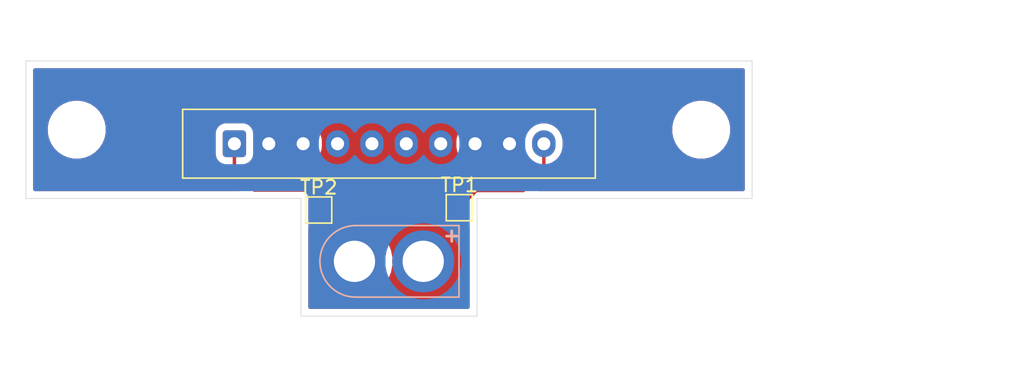
<source format=kicad_pcb>
(kicad_pcb (version 20171130) (host pcbnew 5.1.7-a382d34a8~88~ubuntu18.04.1)

  (general
    (thickness 1.6)
    (drawings 8)
    (tracks 9)
    (zones 0)
    (modules 6)
    (nets 5)
  )

  (page A4)
  (layers
    (0 F.Cu signal)
    (31 B.Cu signal)
    (32 B.Adhes user)
    (33 F.Adhes user)
    (34 B.Paste user)
    (35 F.Paste user)
    (36 B.SilkS user)
    (37 F.SilkS user)
    (38 B.Mask user)
    (39 F.Mask user)
    (40 Dwgs.User user)
    (41 Cmts.User user)
    (42 Eco1.User user)
    (43 Eco2.User user)
    (44 Edge.Cuts user)
    (45 Margin user)
    (46 B.CrtYd user)
    (47 F.CrtYd user)
    (48 B.Fab user)
    (49 F.Fab user)
  )

  (setup
    (last_trace_width 0.25)
    (trace_clearance 0.2)
    (zone_clearance 0.508)
    (zone_45_only no)
    (trace_min 0.2)
    (via_size 0.8)
    (via_drill 0.4)
    (via_min_size 0.4)
    (via_min_drill 0.3)
    (uvia_size 0.3)
    (uvia_drill 0.1)
    (uvias_allowed no)
    (uvia_min_size 0.2)
    (uvia_min_drill 0.1)
    (edge_width 0.05)
    (segment_width 0.2)
    (pcb_text_width 0.3)
    (pcb_text_size 1.5 1.5)
    (mod_edge_width 0.12)
    (mod_text_size 1 1)
    (mod_text_width 0.15)
    (pad_size 1.524 1.524)
    (pad_drill 0.762)
    (pad_to_mask_clearance 0)
    (aux_axis_origin 0 0)
    (visible_elements FFFFFF7F)
    (pcbplotparams
      (layerselection 0x010fc_ffffffff)
      (usegerberextensions false)
      (usegerberattributes true)
      (usegerberadvancedattributes true)
      (creategerberjobfile true)
      (excludeedgelayer true)
      (linewidth 0.100000)
      (plotframeref false)
      (viasonmask false)
      (mode 1)
      (useauxorigin false)
      (hpglpennumber 1)
      (hpglpenspeed 20)
      (hpglpendiameter 15.000000)
      (psnegative false)
      (psa4output false)
      (plotreference true)
      (plotvalue true)
      (plotinvisibletext false)
      (padsonsilk false)
      (subtractmaskfromsilk false)
      (outputformat 1)
      (mirror false)
      (drillshape 0)
      (scaleselection 1)
      (outputdirectory "GERBER"))
  )

  (net 0 "")
  (net 1 "Net-(J1-Pad10)")
  (net 2 "Net-(J1-Pad1)")
  (net 3 GND)
  (net 4 +BATT)

  (net_class Default "This is the default net class."
    (clearance 0.2)
    (trace_width 0.25)
    (via_dia 0.8)
    (via_drill 0.4)
    (uvia_dia 0.3)
    (uvia_drill 0.1)
    (add_net +BATT)
    (add_net GND)
    (add_net "Net-(J1-Pad1)")
    (add_net "Net-(J1-Pad10)")
  )

  (module TestPoint:TestPoint_Pad_1.5x1.5mm (layer F.Cu) (tedit 5A0F774F) (tstamp 5FF7919E)
    (at 21.29 10.84)
    (descr "SMD rectangular pad as test Point, square 1.5mm side length")
    (tags "test point SMD pad rectangle square")
    (path /5FF76DD9)
    (attr virtual)
    (fp_text reference TP2 (at 0 -1.648) (layer F.SilkS)
      (effects (font (size 1 1) (thickness 0.15)))
    )
    (fp_text value TestPoint (at 0 1.75) (layer F.Fab)
      (effects (font (size 1 1) (thickness 0.15)))
    )
    (fp_text user %R (at 0 -1.65) (layer F.Fab)
      (effects (font (size 1 1) (thickness 0.15)))
    )
    (fp_line (start -0.95 -0.95) (end 0.95 -0.95) (layer F.SilkS) (width 0.12))
    (fp_line (start 0.95 -0.95) (end 0.95 0.95) (layer F.SilkS) (width 0.12))
    (fp_line (start 0.95 0.95) (end -0.95 0.95) (layer F.SilkS) (width 0.12))
    (fp_line (start -0.95 0.95) (end -0.95 -0.95) (layer F.SilkS) (width 0.12))
    (fp_line (start -1.25 -1.25) (end 1.25 -1.25) (layer F.CrtYd) (width 0.05))
    (fp_line (start -1.25 -1.25) (end -1.25 1.25) (layer F.CrtYd) (width 0.05))
    (fp_line (start 1.25 1.25) (end 1.25 -1.25) (layer F.CrtYd) (width 0.05))
    (fp_line (start 1.25 1.25) (end -1.25 1.25) (layer F.CrtYd) (width 0.05))
    (pad 1 smd rect (at 0 0) (size 1.5 1.5) (layers F.Cu F.Mask)
      (net 2 "Net-(J1-Pad1)"))
  )

  (module TestPoint:TestPoint_Pad_1.5x1.5mm (layer F.Cu) (tedit 5A0F774F) (tstamp 5FF79190)
    (at 31.51 10.67)
    (descr "SMD rectangular pad as test Point, square 1.5mm side length")
    (tags "test point SMD pad rectangle square")
    (path /5FF74F52)
    (attr virtual)
    (fp_text reference TP1 (at 0 -1.648) (layer F.SilkS)
      (effects (font (size 1 1) (thickness 0.15)))
    )
    (fp_text value TestPoint (at 0 1.75) (layer F.Fab)
      (effects (font (size 1 1) (thickness 0.15)))
    )
    (fp_text user %R (at 0 -1.65) (layer F.Fab)
      (effects (font (size 1 1) (thickness 0.15)))
    )
    (fp_line (start -0.95 -0.95) (end 0.95 -0.95) (layer F.SilkS) (width 0.12))
    (fp_line (start 0.95 -0.95) (end 0.95 0.95) (layer F.SilkS) (width 0.12))
    (fp_line (start 0.95 0.95) (end -0.95 0.95) (layer F.SilkS) (width 0.12))
    (fp_line (start -0.95 0.95) (end -0.95 -0.95) (layer F.SilkS) (width 0.12))
    (fp_line (start -1.25 -1.25) (end 1.25 -1.25) (layer F.CrtYd) (width 0.05))
    (fp_line (start -1.25 -1.25) (end -1.25 1.25) (layer F.CrtYd) (width 0.05))
    (fp_line (start 1.25 1.25) (end 1.25 -1.25) (layer F.CrtYd) (width 0.05))
    (fp_line (start 1.25 1.25) (end -1.25 1.25) (layer F.CrtYd) (width 0.05))
    (pad 1 smd rect (at 0 0) (size 1.5 1.5) (layers F.Cu F.Mask)
      (net 1 "Net-(J1-Pad10)"))
  )

  (module DJI_BATTERY_CONN:XT-30_female (layer B.Cu) (tedit 5FD02AE9) (tstamp 5FDB9244)
    (at 26.39 14.57 180)
    (tags "CONN DEV")
    (path /5FE95C0C)
    (fp_text reference J2 (at 0 5.5) (layer B.SilkS) hide
      (effects (font (size 1 1) (thickness 0.2)) (justify mirror))
    )
    (fp_text value Conn_01x02_Female (at 0 -5.5) (layer B.SilkS) hide
      (effects (font (size 1 1) (thickness 0.2)) (justify mirror))
    )
    (fp_line (start 2.413001 2.600076) (end -5.1 2.6) (layer B.SilkS) (width 0.12))
    (fp_line (start -5.1 -2.6) (end 2.432999 -2.599999) (layer B.SilkS) (width 0.12))
    (fp_line (start -5.1 2.6) (end -5.1 -2.6) (layer B.SilkS) (width 0.12))
    (fp_arc (start 2.413 0) (end 2.432999 -2.599999) (angle 179.5592719) (layer B.SilkS) (width 0.12))
    (fp_text user + (at -4.572 1.905) (layer B.SilkS)
      (effects (font (size 1 1) (thickness 0.2)) (justify mirror))
    )
    (pad 1 thru_hole circle (at 2.5 0 180) (size 4.5 4.5) (drill 3) (layers *.Cu *.Mask)
      (net 3 GND))
    (pad 2 thru_hole circle (at -2.5 0 180) (size 4.5 4.5) (drill 3) (layers *.Cu *.Mask)
      (net 4 +BATT))
    (model "/home/kbisland/Downloads/User Library-XT30.STEP"
      (at (xyz 0 0 0))
      (scale (xyz 1 1 1))
      (rotate (xyz -90 0 90))
    )
  )

  (module DJI_BATTERY_CONN:JST_EH_B10B-EH-A_1x10_P2.50mm_Vertical (layer F.Cu) (tedit 5FAC6C6C) (tstamp 5FDB922D)
    (at 26.4 6.02)
    (descr "JST EH series connector, B10B-EH-A (http://www.jst-mfg.com/product/pdf/eng/eEH.pdf), generated with kicad-footprint-generator")
    (tags "connector JST EH side entry")
    (path /5FE94445)
    (fp_text reference J1 (at 0.0105 -2.8 -180 unlocked) (layer F.SilkS) hide
      (effects (font (size 1 1) (thickness 0.15)))
    )
    (fp_text value Conn_01x10_Male (at 0.0105 3.4 -180 unlocked) (layer F.Fab) hide
      (effects (font (size 1 1) (thickness 0.15)))
    )
    (fp_line (start 15 2.5) (end -15 2.5) (layer F.SilkS) (width 0.12))
    (fp_line (start -15 -2.5) (end 15 -2.5) (layer F.SilkS) (width 0.12))
    (fp_line (start 15 -2.5) (end 15 2.5) (layer F.SilkS) (width 0.12))
    (fp_line (start -15 -2.5) (end -15 2.5) (layer F.SilkS) (width 0.12))
    (fp_text user %R (at 0.0105 1.5 -180 unlocked) (layer F.Fab) hide
      (effects (font (size 1 1) (thickness 0.15)))
    )
    (pad 10 thru_hole oval (at 11.2605 0) (size 1.7 1.95) (drill 0.95) (layers *.Cu *.Mask)
      (net 1 "Net-(J1-Pad10)"))
    (pad 9 thru_hole oval (at 8.7605 0) (size 1.7 1.95) (drill 0.95) (layers *.Cu *.Mask)
      (net 3 GND))
    (pad 8 thru_hole oval (at 6.2605 0) (size 1.7 1.95) (drill 0.95) (layers *.Cu *.Mask)
      (net 3 GND))
    (pad 7 thru_hole oval (at 3.7605 0) (size 1.7 1.95) (drill 0.95) (layers *.Cu *.Mask)
      (net 4 +BATT))
    (pad 6 thru_hole oval (at 1.2605 0) (size 1.7 1.95) (drill 0.95) (layers *.Cu *.Mask)
      (net 4 +BATT))
    (pad 5 thru_hole oval (at -1.2395 0) (size 1.7 1.95) (drill 0.95) (layers *.Cu *.Mask)
      (net 4 +BATT))
    (pad 4 thru_hole oval (at -3.7395 0) (size 1.7 1.95) (drill 0.95) (layers *.Cu *.Mask)
      (net 4 +BATT))
    (pad 3 thru_hole oval (at -6.2395 0) (size 1.7 1.95) (drill 0.95) (layers *.Cu *.Mask)
      (net 3 GND))
    (pad 2 thru_hole oval (at -8.7395 0) (size 1.7 1.95) (drill 0.95) (layers *.Cu *.Mask)
      (net 3 GND))
    (pad 1 thru_hole roundrect (at -11.2395 0) (size 1.7 1.95) (drill 0.95) (layers *.Cu *.Mask) (roundrect_rratio 0.1470588235294118)
      (net 2 "Net-(J1-Pad1)"))
    (model "/home/kbisland/Desktop/dji connector v0.step"
      (at (xyz 0 0 0))
      (scale (xyz 1 1 1))
      (rotate (xyz -90 0 0))
    )
  )

  (module MountingHole:MountingHole_3.2mm_M3 (layer F.Cu) (tedit 56D1B4CB) (tstamp 5FDB920F)
    (at 3.7 5)
    (descr "Mounting Hole 3.2mm, no annular, M3")
    (tags "mounting hole 3.2mm no annular m3")
    (path /5FE97C94)
    (attr virtual)
    (fp_text reference H2 (at 0 -4.2) (layer F.SilkS) hide
      (effects (font (size 1 1) (thickness 0.15)))
    )
    (fp_text value MountingHole (at 0 4.2) (layer F.Fab) hide
      (effects (font (size 1 1) (thickness 0.15)))
    )
    (fp_circle (center 0 0) (end 3.45 0) (layer F.CrtYd) (width 0.05))
    (fp_circle (center 0 0) (end 3.2 0) (layer Cmts.User) (width 0.15))
    (fp_text user %R (at 0.3 0) (layer F.Fab) hide
      (effects (font (size 1 1) (thickness 0.15)))
    )
    (pad 1 np_thru_hole circle (at 0 0) (size 3.2 3.2) (drill 3.2) (layers *.Cu *.Mask))
  )

  (module MountingHole:MountingHole_3.2mm_M3 (layer F.Cu) (tedit 56D1B4CB) (tstamp 5FDB9207)
    (at 49.1 5)
    (descr "Mounting Hole 3.2mm, no annular, M3")
    (tags "mounting hole 3.2mm no annular m3")
    (path /5FE975FE)
    (attr virtual)
    (fp_text reference H1 (at 0 -4.2) (layer F.SilkS) hide
      (effects (font (size 1 1) (thickness 0.15)))
    )
    (fp_text value MountingHole (at 0 4.2) (layer F.Fab) hide
      (effects (font (size 1 1) (thickness 0.15)))
    )
    (fp_circle (center 0 0) (end 3.45 0) (layer F.CrtYd) (width 0.05))
    (fp_circle (center 0 0) (end 3.2 0) (layer Cmts.User) (width 0.15))
    (fp_text user %R (at 0.3 0) (layer F.Fab) hide
      (effects (font (size 1 1) (thickness 0.15)))
    )
    (pad 1 np_thru_hole circle (at 0 0) (size 3.2 3.2) (drill 3.2) (layers *.Cu *.Mask))
  )

  (gr_line (start 32.8 10) (end 32.8 18.56) (layer Edge.Cuts) (width 0.05))
  (gr_line (start 52.8 10) (end 32.8 10) (layer Edge.Cuts) (width 0.05))
  (gr_line (start 20 18.56) (end 32.8 18.56) (layer Edge.Cuts) (width 0.05))
  (gr_line (start 20 10) (end 20 18.56) (layer Edge.Cuts) (width 0.05))
  (gr_line (start 0 10) (end 20 10) (layer Edge.Cuts) (width 0.05))
  (gr_line (start 52.8 0) (end 52.8 10) (layer Edge.Cuts) (width 0.05) (tstamp 5FDB91AF))
  (gr_line (start 0 0) (end 0 10) (layer Edge.Cuts) (width 0.05))
  (gr_line (start 0 0) (end 52.8 0) (layer Edge.Cuts) (width 0.05))

  (segment (start 31.51 10.67) (end 32.76 9.42) (width 0.25) (layer F.Cu) (net 1))
  (segment (start 32.76 9.42) (end 36.16 9.42) (width 0.25) (layer F.Cu) (net 1))
  (segment (start 37.6605 7.9195) (end 37.6605 6.02) (width 0.25) (layer F.Cu) (net 1))
  (segment (start 36.16 9.42) (end 37.6605 7.9195) (width 0.25) (layer F.Cu) (net 1))
  (segment (start 15.1605 6.02) (end 15.1605 7.9205) (width 0.25) (layer F.Cu) (net 2))
  (segment (start 15.1605 7.9205) (end 16.63 9.39) (width 0.25) (layer F.Cu) (net 2))
  (segment (start 16.63 9.39) (end 21.01 9.39) (width 0.25) (layer F.Cu) (net 2))
  (segment (start 21.29 9.67) (end 21.29 10.84) (width 0.25) (layer F.Cu) (net 2))
  (segment (start 21.01 9.39) (end 21.29 9.67) (width 0.25) (layer F.Cu) (net 2))

  (zone (net 4) (net_name +BATT) (layer F.Cu) (tstamp 0) (hatch edge 0.508)
    (connect_pads yes (clearance 0.508))
    (min_thickness 0.254)
    (fill yes (arc_segments 32) (thermal_gap 0.508) (thermal_bridge_width 0.508))
    (polygon
      (pts
        (xy 72.57 22.03) (xy 18.66 23.73) (xy -1.88 17.12) (xy -1.69 -1.66) (xy 67.98 -4.43)
      )
    )
    (filled_polygon
      (pts
        (xy 52.140001 9.34) (xy 37.314802 9.34) (xy 38.171509 8.483294) (xy 38.200501 8.459501) (xy 38.224295 8.430508)
        (xy 38.224299 8.430504) (xy 38.295473 8.343777) (xy 38.295474 8.343776) (xy 38.366046 8.211747) (xy 38.409503 8.068486)
        (xy 38.4205 7.956833) (xy 38.4205 7.956824) (xy 38.424176 7.919501) (xy 38.4205 7.882178) (xy 38.4205 7.422595)
        (xy 38.489514 7.385706) (xy 38.715634 7.200134) (xy 38.901206 6.974014) (xy 39.039099 6.716033) (xy 39.124013 6.43611)
        (xy 39.1455 6.217949) (xy 39.1455 5.82205) (xy 39.124013 5.603889) (xy 39.039099 5.323966) (xy 38.901206 5.065986)
        (xy 38.715634 4.839866) (xy 38.642531 4.779872) (xy 46.865 4.779872) (xy 46.865 5.220128) (xy 46.95089 5.651925)
        (xy 47.119369 6.058669) (xy 47.363962 6.424729) (xy 47.675271 6.736038) (xy 48.041331 6.980631) (xy 48.448075 7.14911)
        (xy 48.879872 7.235) (xy 49.320128 7.235) (xy 49.751925 7.14911) (xy 50.158669 6.980631) (xy 50.524729 6.736038)
        (xy 50.836038 6.424729) (xy 51.080631 6.058669) (xy 51.24911 5.651925) (xy 51.335 5.220128) (xy 51.335 4.779872)
        (xy 51.24911 4.348075) (xy 51.080631 3.941331) (xy 50.836038 3.575271) (xy 50.524729 3.263962) (xy 50.158669 3.019369)
        (xy 49.751925 2.85089) (xy 49.320128 2.765) (xy 48.879872 2.765) (xy 48.448075 2.85089) (xy 48.041331 3.019369)
        (xy 47.675271 3.263962) (xy 47.363962 3.575271) (xy 47.119369 3.941331) (xy 46.95089 4.348075) (xy 46.865 4.779872)
        (xy 38.642531 4.779872) (xy 38.489513 4.654294) (xy 38.231533 4.516401) (xy 37.95161 4.431487) (xy 37.6605 4.402815)
        (xy 37.369389 4.431487) (xy 37.089466 4.516401) (xy 36.831486 4.654294) (xy 36.605366 4.839866) (xy 36.419794 5.065987)
        (xy 36.4105 5.083374) (xy 36.401206 5.065986) (xy 36.215634 4.839866) (xy 35.989513 4.654294) (xy 35.731533 4.516401)
        (xy 35.45161 4.431487) (xy 35.1605 4.402815) (xy 34.869389 4.431487) (xy 34.589466 4.516401) (xy 34.331486 4.654294)
        (xy 34.105366 4.839866) (xy 33.919794 5.065987) (xy 33.9105 5.083374) (xy 33.901206 5.065986) (xy 33.715634 4.839866)
        (xy 33.489513 4.654294) (xy 33.231533 4.516401) (xy 32.95161 4.431487) (xy 32.6605 4.402815) (xy 32.369389 4.431487)
        (xy 32.089466 4.516401) (xy 31.831486 4.654294) (xy 31.605366 4.839866) (xy 31.419794 5.065987) (xy 31.281901 5.323967)
        (xy 31.196987 5.60389) (xy 31.1755 5.822051) (xy 31.1755 6.21795) (xy 31.196987 6.436111) (xy 31.281901 6.716034)
        (xy 31.419794 6.974014) (xy 31.605366 7.200134) (xy 31.831487 7.385706) (xy 32.089467 7.523599) (xy 32.36939 7.608513)
        (xy 32.6605 7.637185) (xy 32.951611 7.608513) (xy 33.231534 7.523599) (xy 33.489514 7.385706) (xy 33.715634 7.200134)
        (xy 33.901206 6.974014) (xy 33.9105 6.956626) (xy 33.919794 6.974014) (xy 34.105366 7.200134) (xy 34.331487 7.385706)
        (xy 34.589467 7.523599) (xy 34.86939 7.608513) (xy 35.1605 7.637185) (xy 35.451611 7.608513) (xy 35.731534 7.523599)
        (xy 35.989514 7.385706) (xy 36.215634 7.200134) (xy 36.401206 6.974014) (xy 36.4105 6.956626) (xy 36.419794 6.974014)
        (xy 36.605366 7.200134) (xy 36.831487 7.385706) (xy 36.9005 7.422594) (xy 36.9005 7.604697) (xy 35.845199 8.66)
        (xy 32.797323 8.66) (xy 32.76 8.656324) (xy 32.722677 8.66) (xy 32.722667 8.66) (xy 32.611014 8.670997)
        (xy 32.467753 8.714454) (xy 32.335723 8.785026) (xy 32.285552 8.826201) (xy 32.219999 8.879999) (xy 32.196201 8.908997)
        (xy 31.82327 9.281928) (xy 30.76 9.281928) (xy 30.635518 9.294188) (xy 30.51582 9.330498) (xy 30.405506 9.389463)
        (xy 30.308815 9.468815) (xy 30.229463 9.565506) (xy 30.170498 9.67582) (xy 30.134188 9.795518) (xy 30.121928 9.92)
        (xy 30.121928 11.42) (xy 30.134188 11.544482) (xy 30.170498 11.66418) (xy 30.229463 11.774494) (xy 30.308815 11.871185)
        (xy 30.405506 11.950537) (xy 30.51582 12.009502) (xy 30.635518 12.045812) (xy 30.76 12.058072) (xy 32.14 12.058072)
        (xy 32.140001 17.9) (xy 20.66 17.9) (xy 20.66 12.228072) (xy 22.04 12.228072) (xy 22.164482 12.215812)
        (xy 22.266946 12.18473) (xy 22.05092 12.329074) (xy 21.649074 12.73092) (xy 21.333346 13.20344) (xy 21.115869 13.728477)
        (xy 21.005 14.285852) (xy 21.005 14.854148) (xy 21.115869 15.411523) (xy 21.333346 15.93656) (xy 21.649074 16.40908)
        (xy 22.05092 16.810926) (xy 22.52344 17.126654) (xy 23.048477 17.344131) (xy 23.605852 17.455) (xy 24.174148 17.455)
        (xy 24.731523 17.344131) (xy 25.25656 17.126654) (xy 25.72908 16.810926) (xy 26.130926 16.40908) (xy 26.446654 15.93656)
        (xy 26.664131 15.411523) (xy 26.775 14.854148) (xy 26.775 14.285852) (xy 26.664131 13.728477) (xy 26.446654 13.20344)
        (xy 26.130926 12.73092) (xy 25.72908 12.329074) (xy 25.25656 12.013346) (xy 24.731523 11.795869) (xy 24.174148 11.685)
        (xy 23.605852 11.685) (xy 23.048477 11.795869) (xy 22.52344 12.013346) (xy 22.502609 12.027265) (xy 22.570537 11.944494)
        (xy 22.629502 11.83418) (xy 22.665812 11.714482) (xy 22.678072 11.59) (xy 22.678072 10.09) (xy 22.665812 9.965518)
        (xy 22.629502 9.84582) (xy 22.570537 9.735506) (xy 22.491185 9.638815) (xy 22.394494 9.559463) (xy 22.28418 9.500498)
        (xy 22.164482 9.464188) (xy 22.04 9.451928) (xy 22.018046 9.451928) (xy 21.995546 9.377753) (xy 21.924974 9.245724)
        (xy 21.830001 9.129999) (xy 21.800998 9.106197) (xy 21.573804 8.879003) (xy 21.550001 8.849999) (xy 21.434276 8.755026)
        (xy 21.302247 8.684454) (xy 21.158986 8.640997) (xy 21.047333 8.63) (xy 21.047322 8.63) (xy 21.01 8.626324)
        (xy 20.972678 8.63) (xy 16.944802 8.63) (xy 15.931073 7.616272) (xy 15.933754 7.616008) (xy 16.10035 7.565472)
        (xy 16.253886 7.483405) (xy 16.388462 7.372962) (xy 16.498905 7.238386) (xy 16.553277 7.136663) (xy 16.605366 7.200134)
        (xy 16.831487 7.385706) (xy 17.089467 7.523599) (xy 17.36939 7.608513) (xy 17.6605 7.637185) (xy 17.951611 7.608513)
        (xy 18.231534 7.523599) (xy 18.489514 7.385706) (xy 18.715634 7.200134) (xy 18.901206 6.974014) (xy 18.9105 6.956626)
        (xy 18.919794 6.974014) (xy 19.105366 7.200134) (xy 19.331487 7.385706) (xy 19.589467 7.523599) (xy 19.86939 7.608513)
        (xy 20.1605 7.637185) (xy 20.451611 7.608513) (xy 20.731534 7.523599) (xy 20.989514 7.385706) (xy 21.215634 7.200134)
        (xy 21.401206 6.974014) (xy 21.539099 6.716033) (xy 21.624013 6.43611) (xy 21.6455 6.217949) (xy 21.6455 5.82205)
        (xy 21.624013 5.603889) (xy 21.539099 5.323966) (xy 21.401206 5.065986) (xy 21.215634 4.839866) (xy 20.989513 4.654294)
        (xy 20.731533 4.516401) (xy 20.45161 4.431487) (xy 20.1605 4.402815) (xy 19.869389 4.431487) (xy 19.589466 4.516401)
        (xy 19.331486 4.654294) (xy 19.105366 4.839866) (xy 18.919794 5.065987) (xy 18.9105 5.083374) (xy 18.901206 5.065986)
        (xy 18.715634 4.839866) (xy 18.489513 4.654294) (xy 18.231533 4.516401) (xy 17.95161 4.431487) (xy 17.6605 4.402815)
        (xy 17.369389 4.431487) (xy 17.089466 4.516401) (xy 16.831486 4.654294) (xy 16.605366 4.839866) (xy 16.553277 4.903337)
        (xy 16.498905 4.801614) (xy 16.388462 4.667038) (xy 16.253886 4.556595) (xy 16.10035 4.474528) (xy 15.933754 4.423992)
        (xy 15.7605 4.406928) (xy 14.5605 4.406928) (xy 14.387246 4.423992) (xy 14.22065 4.474528) (xy 14.067114 4.556595)
        (xy 13.932538 4.667038) (xy 13.822095 4.801614) (xy 13.740028 4.95515) (xy 13.689492 5.121746) (xy 13.672428 5.295)
        (xy 13.672428 6.745) (xy 13.689492 6.918254) (xy 13.740028 7.08485) (xy 13.822095 7.238386) (xy 13.932538 7.372962)
        (xy 14.067114 7.483405) (xy 14.22065 7.565472) (xy 14.387246 7.616008) (xy 14.400501 7.617313) (xy 14.400501 7.883168)
        (xy 14.396824 7.9205) (xy 14.400501 7.957833) (xy 14.4114 8.068485) (xy 14.411498 8.069485) (xy 14.454954 8.212746)
        (xy 14.525526 8.344776) (xy 14.595882 8.430504) (xy 14.6205 8.460501) (xy 14.649498 8.484299) (xy 15.505198 9.34)
        (xy 0.66 9.34) (xy 0.66 4.779872) (xy 1.465 4.779872) (xy 1.465 5.220128) (xy 1.55089 5.651925)
        (xy 1.719369 6.058669) (xy 1.963962 6.424729) (xy 2.275271 6.736038) (xy 2.641331 6.980631) (xy 3.048075 7.14911)
        (xy 3.479872 7.235) (xy 3.920128 7.235) (xy 4.351925 7.14911) (xy 4.758669 6.980631) (xy 5.124729 6.736038)
        (xy 5.436038 6.424729) (xy 5.680631 6.058669) (xy 5.84911 5.651925) (xy 5.935 5.220128) (xy 5.935 4.779872)
        (xy 5.84911 4.348075) (xy 5.680631 3.941331) (xy 5.436038 3.575271) (xy 5.124729 3.263962) (xy 4.758669 3.019369)
        (xy 4.351925 2.85089) (xy 3.920128 2.765) (xy 3.479872 2.765) (xy 3.048075 2.85089) (xy 2.641331 3.019369)
        (xy 2.275271 3.263962) (xy 1.963962 3.575271) (xy 1.719369 3.941331) (xy 1.55089 4.348075) (xy 1.465 4.779872)
        (xy 0.66 4.779872) (xy 0.66 0.66) (xy 52.14 0.66)
      )
    )
  )
  (zone (net 3) (net_name GND) (layer B.Cu) (tstamp 5FF791D4) (hatch edge 0.508)
    (connect_pads yes (clearance 0.508))
    (min_thickness 0.254)
    (fill yes (arc_segments 32) (thermal_gap 0.508) (thermal_bridge_width 0.508))
    (polygon
      (pts
        (xy 72.57 22.03) (xy 18.66 23.73) (xy -1.88 17.12) (xy -1.69 -1.66) (xy 67.98 -4.43)
      )
    )
    (filled_polygon
      (pts
        (xy 52.140001 9.34) (xy 32.832419 9.34) (xy 32.8 9.336807) (xy 32.767581 9.34) (xy 32.670617 9.34955)
        (xy 32.546207 9.38729) (xy 32.43155 9.448575) (xy 32.331052 9.531052) (xy 32.248575 9.63155) (xy 32.18729 9.746207)
        (xy 32.14955 9.870617) (xy 32.136807 10) (xy 32.14 10.032419) (xy 32.140001 17.9) (xy 20.66 17.9)
        (xy 20.66 14.285852) (xy 26.005 14.285852) (xy 26.005 14.854148) (xy 26.115869 15.411523) (xy 26.333346 15.93656)
        (xy 26.649074 16.40908) (xy 27.05092 16.810926) (xy 27.52344 17.126654) (xy 28.048477 17.344131) (xy 28.605852 17.455)
        (xy 29.174148 17.455) (xy 29.731523 17.344131) (xy 30.25656 17.126654) (xy 30.72908 16.810926) (xy 31.130926 16.40908)
        (xy 31.446654 15.93656) (xy 31.664131 15.411523) (xy 31.775 14.854148) (xy 31.775 14.285852) (xy 31.664131 13.728477)
        (xy 31.446654 13.20344) (xy 31.130926 12.73092) (xy 30.72908 12.329074) (xy 30.25656 12.013346) (xy 29.731523 11.795869)
        (xy 29.174148 11.685) (xy 28.605852 11.685) (xy 28.048477 11.795869) (xy 27.52344 12.013346) (xy 27.05092 12.329074)
        (xy 26.649074 12.73092) (xy 26.333346 13.20344) (xy 26.115869 13.728477) (xy 26.005 14.285852) (xy 20.66 14.285852)
        (xy 20.66 10.032419) (xy 20.663193 10) (xy 20.65045 9.870617) (xy 20.61271 9.746207) (xy 20.551425 9.63155)
        (xy 20.468948 9.531052) (xy 20.36845 9.448575) (xy 20.253793 9.38729) (xy 20.129383 9.34955) (xy 20.032419 9.34)
        (xy 20 9.336807) (xy 19.967581 9.34) (xy 0.66 9.34) (xy 0.66 4.779872) (xy 1.465 4.779872)
        (xy 1.465 5.220128) (xy 1.55089 5.651925) (xy 1.719369 6.058669) (xy 1.963962 6.424729) (xy 2.275271 6.736038)
        (xy 2.641331 6.980631) (xy 3.048075 7.14911) (xy 3.479872 7.235) (xy 3.920128 7.235) (xy 4.351925 7.14911)
        (xy 4.758669 6.980631) (xy 5.124729 6.736038) (xy 5.436038 6.424729) (xy 5.680631 6.058669) (xy 5.84911 5.651925)
        (xy 5.920106 5.295) (xy 13.672428 5.295) (xy 13.672428 6.745) (xy 13.689492 6.918254) (xy 13.740028 7.08485)
        (xy 13.822095 7.238386) (xy 13.932538 7.372962) (xy 14.067114 7.483405) (xy 14.22065 7.565472) (xy 14.387246 7.616008)
        (xy 14.5605 7.633072) (xy 15.7605 7.633072) (xy 15.933754 7.616008) (xy 16.10035 7.565472) (xy 16.253886 7.483405)
        (xy 16.388462 7.372962) (xy 16.498905 7.238386) (xy 16.580972 7.08485) (xy 16.631508 6.918254) (xy 16.648572 6.745)
        (xy 16.648572 5.822051) (xy 21.1755 5.822051) (xy 21.1755 6.21795) (xy 21.196987 6.436111) (xy 21.281901 6.716034)
        (xy 21.419794 6.974014) (xy 21.605366 7.200134) (xy 21.831487 7.385706) (xy 22.089467 7.523599) (xy 22.36939 7.608513)
        (xy 22.6605 7.637185) (xy 22.951611 7.608513) (xy 23.231534 7.523599) (xy 23.489514 7.385706) (xy 23.715634 7.200134)
        (xy 23.901206 6.974014) (xy 23.9105 6.956626) (xy 23.919794 6.974014) (xy 24.105366 7.200134) (xy 24.331487 7.385706)
        (xy 24.589467 7.523599) (xy 24.86939 7.608513) (xy 25.1605 7.637185) (xy 25.451611 7.608513) (xy 25.731534 7.523599)
        (xy 25.989514 7.385706) (xy 26.215634 7.200134) (xy 26.401206 6.974014) (xy 26.4105 6.956626) (xy 26.419794 6.974014)
        (xy 26.605366 7.200134) (xy 26.831487 7.385706) (xy 27.089467 7.523599) (xy 27.36939 7.608513) (xy 27.6605 7.637185)
        (xy 27.951611 7.608513) (xy 28.231534 7.523599) (xy 28.489514 7.385706) (xy 28.715634 7.200134) (xy 28.901206 6.974014)
        (xy 28.9105 6.956626) (xy 28.919794 6.974014) (xy 29.105366 7.200134) (xy 29.331487 7.385706) (xy 29.589467 7.523599)
        (xy 29.86939 7.608513) (xy 30.1605 7.637185) (xy 30.451611 7.608513) (xy 30.731534 7.523599) (xy 30.989514 7.385706)
        (xy 31.215634 7.200134) (xy 31.401206 6.974014) (xy 31.539099 6.716033) (xy 31.624013 6.43611) (xy 31.6455 6.217949)
        (xy 31.6455 5.822051) (xy 36.1755 5.822051) (xy 36.1755 6.21795) (xy 36.196987 6.436111) (xy 36.281901 6.716034)
        (xy 36.419794 6.974014) (xy 36.605366 7.200134) (xy 36.831487 7.385706) (xy 37.089467 7.523599) (xy 37.36939 7.608513)
        (xy 37.6605 7.637185) (xy 37.951611 7.608513) (xy 38.231534 7.523599) (xy 38.489514 7.385706) (xy 38.715634 7.200134)
        (xy 38.901206 6.974014) (xy 39.039099 6.716033) (xy 39.124013 6.43611) (xy 39.1455 6.217949) (xy 39.1455 5.82205)
        (xy 39.124013 5.603889) (xy 39.039099 5.323966) (xy 38.901206 5.065986) (xy 38.715634 4.839866) (xy 38.642531 4.779872)
        (xy 46.865 4.779872) (xy 46.865 5.220128) (xy 46.95089 5.651925) (xy 47.119369 6.058669) (xy 47.363962 6.424729)
        (xy 47.675271 6.736038) (xy 48.041331 6.980631) (xy 48.448075 7.14911) (xy 48.879872 7.235) (xy 49.320128 7.235)
        (xy 49.751925 7.14911) (xy 50.158669 6.980631) (xy 50.524729 6.736038) (xy 50.836038 6.424729) (xy 51.080631 6.058669)
        (xy 51.24911 5.651925) (xy 51.335 5.220128) (xy 51.335 4.779872) (xy 51.24911 4.348075) (xy 51.080631 3.941331)
        (xy 50.836038 3.575271) (xy 50.524729 3.263962) (xy 50.158669 3.019369) (xy 49.751925 2.85089) (xy 49.320128 2.765)
        (xy 48.879872 2.765) (xy 48.448075 2.85089) (xy 48.041331 3.019369) (xy 47.675271 3.263962) (xy 47.363962 3.575271)
        (xy 47.119369 3.941331) (xy 46.95089 4.348075) (xy 46.865 4.779872) (xy 38.642531 4.779872) (xy 38.489513 4.654294)
        (xy 38.231533 4.516401) (xy 37.95161 4.431487) (xy 37.6605 4.402815) (xy 37.369389 4.431487) (xy 37.089466 4.516401)
        (xy 36.831486 4.654294) (xy 36.605366 4.839866) (xy 36.419794 5.065987) (xy 36.281901 5.323967) (xy 36.196987 5.60389)
        (xy 36.1755 5.822051) (xy 31.6455 5.822051) (xy 31.6455 5.82205) (xy 31.624013 5.603889) (xy 31.539099 5.323966)
        (xy 31.401206 5.065986) (xy 31.215634 4.839866) (xy 30.989513 4.654294) (xy 30.731533 4.516401) (xy 30.45161 4.431487)
        (xy 30.1605 4.402815) (xy 29.869389 4.431487) (xy 29.589466 4.516401) (xy 29.331486 4.654294) (xy 29.105366 4.839866)
        (xy 28.919794 5.065987) (xy 28.9105 5.083374) (xy 28.901206 5.065986) (xy 28.715634 4.839866) (xy 28.489513 4.654294)
        (xy 28.231533 4.516401) (xy 27.95161 4.431487) (xy 27.6605 4.402815) (xy 27.369389 4.431487) (xy 27.089466 4.516401)
        (xy 26.831486 4.654294) (xy 26.605366 4.839866) (xy 26.419794 5.065987) (xy 26.4105 5.083374) (xy 26.401206 5.065986)
        (xy 26.215634 4.839866) (xy 25.989513 4.654294) (xy 25.731533 4.516401) (xy 25.45161 4.431487) (xy 25.1605 4.402815)
        (xy 24.869389 4.431487) (xy 24.589466 4.516401) (xy 24.331486 4.654294) (xy 24.105366 4.839866) (xy 23.919794 5.065987)
        (xy 23.9105 5.083374) (xy 23.901206 5.065986) (xy 23.715634 4.839866) (xy 23.489513 4.654294) (xy 23.231533 4.516401)
        (xy 22.95161 4.431487) (xy 22.6605 4.402815) (xy 22.369389 4.431487) (xy 22.089466 4.516401) (xy 21.831486 4.654294)
        (xy 21.605366 4.839866) (xy 21.419794 5.065987) (xy 21.281901 5.323967) (xy 21.196987 5.60389) (xy 21.1755 5.822051)
        (xy 16.648572 5.822051) (xy 16.648572 5.295) (xy 16.631508 5.121746) (xy 16.580972 4.95515) (xy 16.498905 4.801614)
        (xy 16.388462 4.667038) (xy 16.253886 4.556595) (xy 16.10035 4.474528) (xy 15.933754 4.423992) (xy 15.7605 4.406928)
        (xy 14.5605 4.406928) (xy 14.387246 4.423992) (xy 14.22065 4.474528) (xy 14.067114 4.556595) (xy 13.932538 4.667038)
        (xy 13.822095 4.801614) (xy 13.740028 4.95515) (xy 13.689492 5.121746) (xy 13.672428 5.295) (xy 5.920106 5.295)
        (xy 5.935 5.220128) (xy 5.935 4.779872) (xy 5.84911 4.348075) (xy 5.680631 3.941331) (xy 5.436038 3.575271)
        (xy 5.124729 3.263962) (xy 4.758669 3.019369) (xy 4.351925 2.85089) (xy 3.920128 2.765) (xy 3.479872 2.765)
        (xy 3.048075 2.85089) (xy 2.641331 3.019369) (xy 2.275271 3.263962) (xy 1.963962 3.575271) (xy 1.719369 3.941331)
        (xy 1.55089 4.348075) (xy 1.465 4.779872) (xy 0.66 4.779872) (xy 0.66 0.66) (xy 52.14 0.66)
      )
    )
  )
)

</source>
